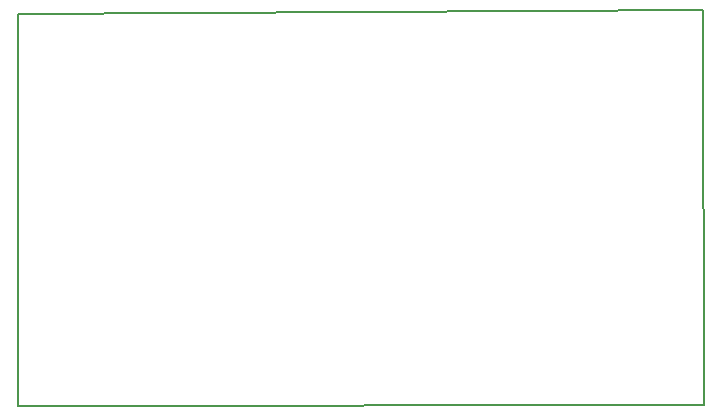
<source format=gbr>
G04 #@! TF.GenerationSoftware,KiCad,Pcbnew,(5.1.10)-1*
G04 #@! TF.CreationDate,2022-01-29T17:20:17-03:00*
G04 #@! TF.ProjectId,MXR,4d58522e-6b69-4636-9164-5f7063625858,rev?*
G04 #@! TF.SameCoordinates,Original*
G04 #@! TF.FileFunction,Profile,NP*
%FSLAX46Y46*%
G04 Gerber Fmt 4.6, Leading zero omitted, Abs format (unit mm)*
G04 Created by KiCad (PCBNEW (5.1.10)-1) date 2022-01-29 17:20:17*
%MOMM*%
%LPD*%
G01*
G04 APERTURE LIST*
G04 #@! TA.AperFunction,Profile*
%ADD10C,0.150000*%
G04 #@! TD*
G04 APERTURE END LIST*
D10*
X126039880Y-79753460D02*
X184048400Y-79443580D01*
X126065280Y-112958880D02*
X126039880Y-79753460D01*
X184086500Y-112890300D02*
X126065280Y-112958880D01*
X184048400Y-79443580D02*
X184086500Y-112890300D01*
M02*

</source>
